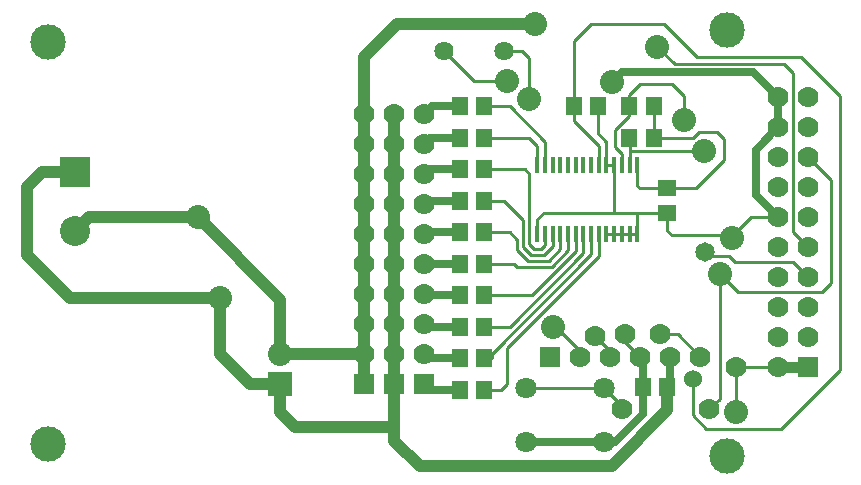
<source format=gbl>
%FSLAX24Y24*%
%MOIN*%
G70*
G01*
G75*
G04 Layer_Physical_Order=2*
G04 Layer_Color=16711680*
%ADD10C,0.0100*%
%ADD11R,0.0551X0.0591*%
%ADD12R,0.0591X0.0551*%
%ADD13O,0.0709X0.0118*%
%ADD14O,0.0118X0.0709*%
%ADD15R,0.0394X0.0945*%
%ADD16R,0.1299X0.0945*%
%ADD17C,0.0250*%
%ADD18C,0.0400*%
%ADD19C,0.0350*%
%ADD20C,0.0150*%
%ADD21R,0.0700X0.0700*%
%ADD22C,0.0700*%
%ADD23R,0.0800X0.0800*%
%ADD24C,0.0800*%
%ADD25C,0.0709*%
%ADD26C,0.1000*%
%ADD27R,0.1000X0.1000*%
%ADD28R,0.0650X0.0650*%
%ADD29R,0.0700X0.0700*%
%ADD30C,0.0640*%
%ADD31C,0.1181*%
%ADD32C,0.0650*%
%ADD33C,0.0600*%
%ADD34R,0.0140X0.0580*%
D10*
X37050Y39550D02*
X38150Y38450D01*
X34600Y39550D02*
X37050D01*
X34040Y38990D02*
X34600Y39550D01*
X41600Y38450D02*
X42900Y37150D01*
X38150Y38450D02*
X41600D01*
X41050Y38200D02*
X41350Y37900D01*
X37403Y38200D02*
X41050D01*
X36826Y38776D02*
X37403Y38200D01*
X39250Y32400D02*
X39950Y33100D01*
X41350Y32600D02*
Y37900D01*
X42900Y28000D02*
Y37150D01*
X41350Y32600D02*
X41850Y32100D01*
X40950Y26050D02*
X42900Y28000D01*
X38450Y26050D02*
X40950D01*
X38000Y26500D02*
X38450Y26050D01*
X38000Y26500D02*
Y27700D01*
X38250Y32000D02*
X38450Y31800D01*
X39150Y32500D02*
X39250Y32400D01*
X37300Y32500D02*
X39150D01*
X37150Y32650D02*
X37300Y32500D01*
X39950Y33100D02*
X40850D01*
X39250Y32400D02*
X39300D01*
X38450Y31800D02*
X39200D01*
X39400Y31600D01*
X41350D01*
X41850Y31100D01*
X42600Y30900D02*
Y34350D01*
X38900Y31200D02*
X39500Y30600D01*
X42300D01*
X42600Y30900D01*
X34040Y36800D02*
Y38990D01*
X38900Y27050D02*
Y31200D01*
X38550Y26700D02*
X38900Y27050D01*
X39450Y26600D02*
Y28100D01*
X40850D01*
X37500Y29200D02*
X38250Y28450D01*
X36900Y29200D02*
X37500D01*
X35048Y27411D02*
X35650Y26809D01*
X41850Y35100D02*
X42600Y34350D01*
X35750Y28950D02*
Y29200D01*
Y28950D02*
X36250Y28450D01*
X30700Y37650D02*
X31800D01*
X33050Y33250D02*
X36150D01*
X35390Y33290D02*
Y34850D01*
X37150Y32650D02*
Y33250D01*
X32550Y37050D02*
Y38400D01*
X32300Y38650D02*
X32550Y38400D01*
X31700Y38650D02*
X32300D01*
X29700D02*
X30700Y37650D01*
X37150Y34060D02*
X38110D01*
X39050Y35000D01*
Y35700D01*
X38800Y35950D02*
X39050Y35700D01*
X38200Y35950D02*
X38800D01*
X38000Y35750D02*
X38200Y35950D01*
X36700Y35750D02*
X38000D01*
X35900Y35295D02*
X38395D01*
X37700Y36350D02*
Y37150D01*
X37300Y37550D02*
X37700Y37150D01*
X36250Y37550D02*
X37300D01*
X35890Y37190D02*
X36250Y37550D01*
X35890Y36800D02*
Y37190D01*
X35900Y35295D02*
Y35740D01*
Y34850D02*
Y35295D01*
X34750Y29150D02*
X35250Y28650D01*
X33450Y29450D02*
X34250Y28650D01*
X33350Y29450D02*
X33450D01*
X34870Y31820D02*
Y32550D01*
X31800Y28750D02*
X34870Y31820D01*
X31800Y27550D02*
Y28750D01*
X31300Y28400D02*
Y28550D01*
X34620Y31870D02*
Y32550D01*
X31300Y28550D02*
X34620Y31870D01*
X34360Y31910D02*
Y32550D01*
X31900Y29450D02*
X34360Y31910D01*
X31060Y29450D02*
X31900D01*
X34110Y31960D02*
Y32550D01*
X32650Y30500D02*
X34110Y31960D01*
X31060Y30500D02*
X32650D01*
X33850Y32000D02*
Y32550D01*
X33300Y31450D02*
X33850Y32000D01*
X32150Y31450D02*
X33300D01*
X32450Y27411D02*
X35048D01*
X36150Y33250D02*
X37150D01*
X36150Y32550D02*
Y33250D01*
X32830Y33030D02*
X33050Y33250D01*
X32830Y32550D02*
Y33030D01*
X32050Y31550D02*
X32150Y31450D01*
Y32000D02*
Y32350D01*
X31900Y32600D02*
X32150Y32350D01*
X31060Y32600D02*
X31900D01*
X33200Y31650D02*
X33590Y32040D01*
X32500Y31650D02*
X33200D01*
X32150Y32000D02*
X32500Y31650D01*
X33590Y32040D02*
Y32550D01*
X33050Y31850D02*
X33340Y32140D01*
X32600Y31850D02*
X33050D01*
X32350Y32100D02*
X32600Y31850D01*
X32350Y32100D02*
Y33000D01*
X33340Y32140D02*
Y32550D01*
X32400Y34700D02*
X32550Y34550D01*
Y32200D02*
Y34550D01*
Y32200D02*
X32700Y32050D01*
X32950D01*
X33080Y32180D01*
Y32550D01*
X35900D02*
X36150D01*
X35640D02*
X35900D01*
X35390D02*
X35640D01*
X35130D02*
X35390D01*
X36240Y34060D02*
X37150D01*
X36150Y34150D02*
X36240Y34060D01*
X36150Y34150D02*
Y34850D01*
X36700Y35750D02*
Y36800D01*
X35130Y34850D02*
Y35620D01*
X34850Y35900D02*
X35130Y35620D01*
X34850Y35900D02*
Y36800D01*
X35130Y34850D02*
X35390D01*
X35890Y36490D02*
Y36800D01*
X35400Y36000D02*
X35890Y36490D01*
X35400Y35450D02*
Y36000D01*
X35640Y34850D02*
Y35210D01*
X35400Y35450D02*
X35640Y35210D01*
X34040Y36310D02*
Y36800D01*
Y36310D02*
X34870Y35480D01*
Y34850D02*
Y35480D01*
X31060Y27350D02*
X31600D01*
X31800Y27550D01*
X31060Y31550D02*
X32050D01*
X31700Y33650D02*
X32350Y33000D01*
X31060Y33650D02*
X31700D01*
X31060Y34700D02*
X32400D01*
X31060Y36800D02*
X31900D01*
X33080Y35620D01*
Y34850D02*
Y35620D01*
X31060Y35750D02*
X32550D01*
X32830Y35470D01*
Y34850D02*
Y35470D01*
D11*
X36350Y27450D02*
D03*
X37160D02*
D03*
X34850Y36800D02*
D03*
X34040D02*
D03*
X36700Y35750D02*
D03*
X35890D02*
D03*
X36700Y36800D02*
D03*
X35890D02*
D03*
X30250Y27350D02*
D03*
X31060D02*
D03*
X30250Y28400D02*
D03*
X31060D02*
D03*
X30250Y29450D02*
D03*
X31060D02*
D03*
X30250Y30500D02*
D03*
X31060D02*
D03*
X30250Y31550D02*
D03*
X31060D02*
D03*
X30250Y32600D02*
D03*
X31060D02*
D03*
X30250Y33650D02*
D03*
X31060D02*
D03*
X30250Y34700D02*
D03*
X31060D02*
D03*
X30250Y35750D02*
D03*
X31060D02*
D03*
X30250Y36800D02*
D03*
X31060D02*
D03*
D12*
X37150Y33250D02*
D03*
Y34060D02*
D03*
D17*
X36350Y27450D02*
Y28450D01*
Y26550D02*
Y27450D01*
X35400Y25600D02*
X36350Y26550D01*
X35048Y25600D02*
X35400D01*
X37250Y28450D02*
Y28650D01*
Y27540D02*
Y28450D01*
X40000Y37950D02*
X40850Y37100D01*
X35650Y37950D02*
X40000D01*
X35300Y37600D02*
X35650Y37950D01*
X40100Y35350D02*
X40850Y36100D01*
Y37100D01*
X40100Y33850D02*
X40850Y33100D01*
X40100Y33850D02*
Y35350D01*
X32450Y25600D02*
X35048D01*
X29250Y27350D02*
X30250D01*
X29200Y28400D02*
X30250D01*
X29150Y29450D02*
X30250D01*
X29100Y30500D02*
X30250D01*
X29050Y31550D02*
X30250D01*
X29100Y32600D02*
X30250D01*
X29150Y33650D02*
X30250D01*
X29200Y34700D02*
X30250D01*
X29250Y35750D02*
X30250D01*
X29300Y36800D02*
X30250D01*
D18*
X37160Y26660D02*
Y27450D01*
X35300Y24800D02*
X37160Y26660D01*
X28900Y24800D02*
X35300D01*
X28150Y39550D02*
X32750D01*
X27050Y38450D02*
X28150Y39550D01*
X27050Y36550D02*
Y38450D01*
X28050Y25650D02*
X28900Y24800D01*
X28050Y25650D02*
Y26100D01*
Y27550D01*
X24750Y26100D02*
X28050D01*
X24250Y28550D02*
X27050D01*
Y35550D02*
Y36550D01*
Y34550D02*
Y35550D01*
Y33550D02*
Y34550D01*
Y32550D02*
Y33550D01*
Y31550D02*
Y32550D01*
Y30550D02*
Y31550D01*
Y29550D02*
Y30550D01*
Y28550D02*
Y29550D01*
Y27550D02*
Y28550D01*
X28050Y35550D02*
Y36550D01*
Y34550D02*
Y35550D01*
Y33550D02*
Y34550D01*
Y32550D02*
Y33550D01*
Y31550D02*
Y32550D01*
Y30550D02*
Y31550D01*
Y29550D02*
Y30550D01*
Y28550D02*
Y29550D01*
Y27550D02*
Y28550D01*
X24250Y26600D02*
X24750Y26100D01*
X24250Y26600D02*
Y27550D01*
Y28550D02*
Y30350D01*
X21500Y33100D02*
X24250Y30350D01*
X23250Y27550D02*
X24250D01*
X22250Y28550D02*
X23250Y27550D01*
X22250Y28550D02*
Y30400D01*
X17250D02*
X22250D01*
X15800Y31850D02*
X17250Y30400D01*
X15800Y31850D02*
Y34100D01*
X16300Y34600D01*
X17400D01*
Y32631D02*
X17868Y33100D01*
X21500D01*
D19*
X40850Y28100D02*
X41850D01*
D21*
X29050Y27550D02*
D03*
X27050D02*
D03*
X28050D02*
D03*
D22*
X29050Y28550D02*
D03*
Y30550D02*
D03*
Y31550D02*
D03*
Y32550D02*
D03*
Y33550D02*
D03*
Y34550D02*
D03*
Y35550D02*
D03*
Y36550D02*
D03*
Y29550D02*
D03*
X27050Y28550D02*
D03*
Y30550D02*
D03*
Y31550D02*
D03*
Y32550D02*
D03*
Y33550D02*
D03*
Y34550D02*
D03*
Y35550D02*
D03*
Y36550D02*
D03*
Y29550D02*
D03*
X40850Y37100D02*
D03*
X41850D02*
D03*
X40850Y36100D02*
D03*
X41850D02*
D03*
X40850Y35100D02*
D03*
X41850D02*
D03*
X40850Y34100D02*
D03*
X41850D02*
D03*
X40850Y33100D02*
D03*
X41850D02*
D03*
X40850Y32100D02*
D03*
X41850D02*
D03*
X40850Y31100D02*
D03*
X41850D02*
D03*
X40850Y30100D02*
D03*
X41850D02*
D03*
X40850Y29100D02*
D03*
X41850D02*
D03*
X40850Y28100D02*
D03*
X28050Y29550D02*
D03*
Y36550D02*
D03*
Y35550D02*
D03*
Y34550D02*
D03*
Y33550D02*
D03*
Y32550D02*
D03*
Y31550D02*
D03*
Y30550D02*
D03*
Y28550D02*
D03*
X38250Y28450D02*
D03*
X37250D02*
D03*
X36250D02*
D03*
X35250D02*
D03*
X34250D02*
D03*
X38550Y26700D02*
D03*
X39450Y28100D02*
D03*
X36900Y29200D02*
D03*
X35650Y26700D02*
D03*
X35750Y29200D02*
D03*
X34750Y29150D02*
D03*
D23*
X24250Y27550D02*
D03*
D24*
Y28550D02*
D03*
X36826Y38776D02*
D03*
X39300Y32400D02*
D03*
X32750Y39550D02*
D03*
X39450Y26600D02*
D03*
X38900Y31200D02*
D03*
X31800Y37650D02*
D03*
X35300Y37600D02*
D03*
X32550Y37050D02*
D03*
X38395Y35295D02*
D03*
X37700Y36350D02*
D03*
X33350Y29450D02*
D03*
X22250Y30400D02*
D03*
X21500Y33100D02*
D03*
D25*
X35048Y25600D02*
D03*
Y27411D02*
D03*
X32450D02*
D03*
Y25600D02*
D03*
D26*
X17400Y32631D02*
D03*
D27*
Y34600D02*
D03*
D28*
X41850Y28100D02*
D03*
D29*
X33250Y28450D02*
D03*
D30*
X29700Y38650D02*
D03*
X31700D02*
D03*
D31*
X39150Y25150D02*
D03*
Y39350D02*
D03*
X16500Y25550D02*
D03*
Y38950D02*
D03*
D32*
X38400Y31950D02*
D03*
D33*
X38000Y27700D02*
D03*
D34*
X36150Y34850D02*
D03*
X35900D02*
D03*
X35640D02*
D03*
X35390D02*
D03*
X35130D02*
D03*
X34870D02*
D03*
X34620D02*
D03*
X34360D02*
D03*
X34110D02*
D03*
X33850D02*
D03*
X33590D02*
D03*
X33340D02*
D03*
X33080D02*
D03*
X32830D02*
D03*
Y32550D02*
D03*
X33080D02*
D03*
X33340D02*
D03*
X33590D02*
D03*
X33850D02*
D03*
X34110D02*
D03*
X34360D02*
D03*
X34620D02*
D03*
X34870D02*
D03*
X35130D02*
D03*
X35390D02*
D03*
X35640D02*
D03*
X35900D02*
D03*
X36150D02*
D03*
M02*

</source>
